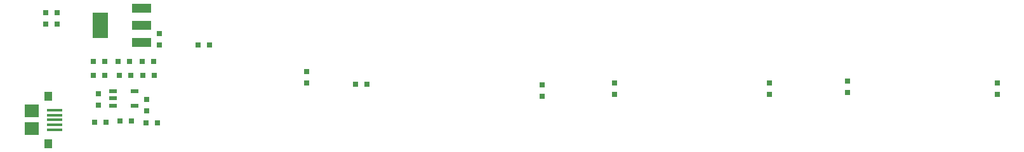
<source format=gbp>
G04*
G04 #@! TF.GenerationSoftware,Altium Limited,Altium Designer,18.1.9 (240)*
G04*
G04 Layer_Color=128*
%FSLAX24Y24*%
%MOIN*%
G70*
G01*
G75*
%ADD15R,0.0300X0.0300*%
%ADD34R,0.0300X0.0300*%
%ADD35R,0.0827X0.0157*%
%ADD36R,0.0748X0.0709*%
%ADD37R,0.0394X0.0472*%
%ADD38R,0.0413X0.0236*%
%ADD39R,0.0984X0.0472*%
%ADD40R,0.0787X0.1378*%
D15*
X5600Y4850D02*
D03*
X6200D02*
D03*
X7450D02*
D03*
X6850D02*
D03*
X4970Y1650D02*
D03*
X4370D02*
D03*
X5700Y1700D02*
D03*
X6300D02*
D03*
X9800Y5700D02*
D03*
X10400D02*
D03*
X18650Y3650D02*
D03*
X18050D02*
D03*
X7650Y1600D02*
D03*
X7050D02*
D03*
X5650Y4100D02*
D03*
X6250D02*
D03*
X4300Y4850D02*
D03*
X4900D02*
D03*
Y4100D02*
D03*
X4300D02*
D03*
X7500D02*
D03*
X6900D02*
D03*
D34*
X1800Y6800D02*
D03*
Y7400D02*
D03*
X7100Y2246D02*
D03*
Y2846D02*
D03*
X31650Y3700D02*
D03*
Y3100D02*
D03*
X51750Y3700D02*
D03*
Y3100D02*
D03*
X39800Y3700D02*
D03*
Y3100D02*
D03*
X43900Y3800D02*
D03*
Y3200D02*
D03*
X15500Y4300D02*
D03*
Y3700D02*
D03*
X27850Y3600D02*
D03*
Y3000D02*
D03*
X4550Y2550D02*
D03*
Y3150D02*
D03*
X2400Y7400D02*
D03*
Y6800D02*
D03*
X7750Y5700D02*
D03*
Y6300D02*
D03*
D35*
X2261Y1770D02*
D03*
Y1514D02*
D03*
Y2026D02*
D03*
Y2282D02*
D03*
Y1258D02*
D03*
D36*
X1050Y1300D02*
D03*
Y2240D02*
D03*
D37*
X1936Y510D02*
D03*
Y3030D02*
D03*
D38*
X5339Y2526D02*
D03*
Y2900D02*
D03*
Y3274D02*
D03*
X6461D02*
D03*
Y2526D02*
D03*
D39*
X6824Y6756D02*
D03*
Y5850D02*
D03*
Y7661D02*
D03*
D40*
X4659Y6756D02*
D03*
M02*

</source>
